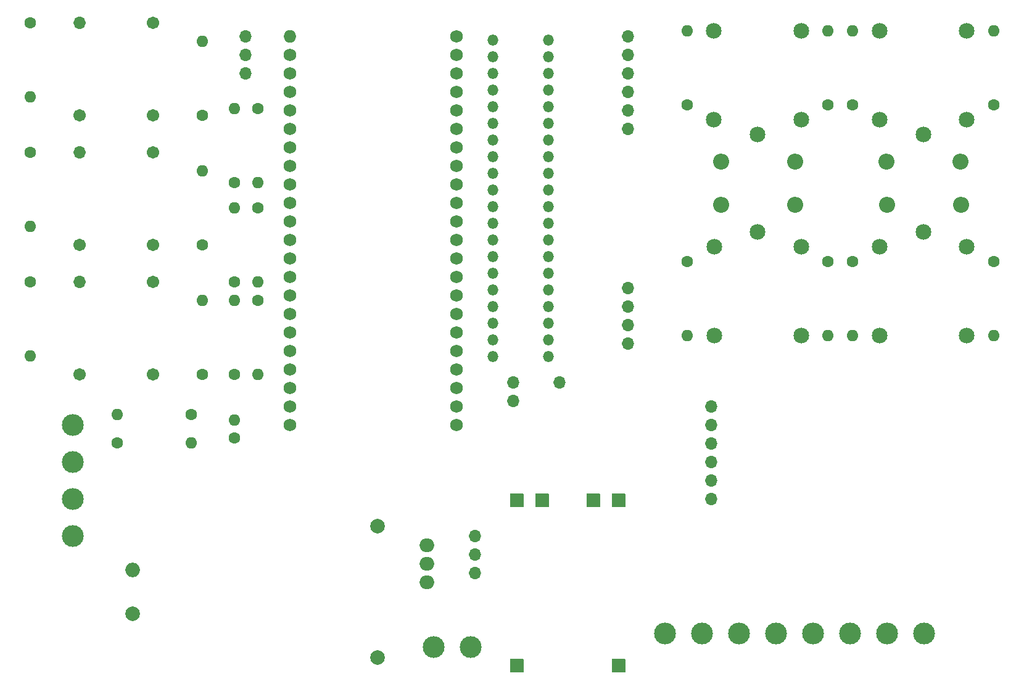
<source format=gbr>
%TF.GenerationSoftware,KiCad,Pcbnew,7.0.10*%
%TF.CreationDate,2024-04-01T07:53:47-03:00*%
%TF.ProjectId,board,626f6172-642e-46b6-9963-61645f706362,4.6*%
%TF.SameCoordinates,Original*%
%TF.FileFunction,Soldermask,Top*%
%TF.FilePolarity,Negative*%
%FSLAX46Y46*%
G04 Gerber Fmt 4.6, Leading zero omitted, Abs format (unit mm)*
G04 Created by KiCad (PCBNEW 7.0.10) date 2024-04-01 07:53:47*
%MOMM*%
%LPD*%
G01*
G04 APERTURE LIST*
G04 Aperture macros list*
%AMRoundRect*
0 Rectangle with rounded corners*
0 $1 Rounding radius*
0 $2 $3 $4 $5 $6 $7 $8 $9 X,Y pos of 4 corners*
0 Add a 4 corners polygon primitive as box body*
4,1,4,$2,$3,$4,$5,$6,$7,$8,$9,$2,$3,0*
0 Add four circle primitives for the rounded corners*
1,1,$1+$1,$2,$3*
1,1,$1+$1,$4,$5*
1,1,$1+$1,$6,$7*
1,1,$1+$1,$8,$9*
0 Add four rect primitives between the rounded corners*
20,1,$1+$1,$2,$3,$4,$5,0*
20,1,$1+$1,$4,$5,$6,$7,0*
20,1,$1+$1,$6,$7,$8,$9,0*
20,1,$1+$1,$8,$9,$2,$3,0*%
G04 Aperture macros list end*
%ADD10C,1.600000*%
%ADD11O,1.600000X1.600000*%
%ADD12O,3.000000X3.000000*%
%ADD13C,3.000000*%
%ADD14C,2.154000*%
%ADD15O,1.700000X1.700000*%
%ADD16O,1.500000X1.500000*%
%ADD17O,1.712000X1.712000*%
%ADD18C,1.712000*%
%ADD19RoundRect,0.102000X0.838200X-0.838200X0.838200X0.838200X-0.838200X0.838200X-0.838200X-0.838200X0*%
%ADD20O,2.000000X2.000000*%
%ADD21C,2.000000*%
%ADD22O,2.200000X2.200000*%
%ADD23O,1.734000X1.734000*%
%ADD24C,1.734000*%
%ADD25O,2.000000X1.905000*%
G04 APERTURE END LIST*
D10*
%TO.C,R21*%
X191624700Y-79019400D03*
D11*
X191624700Y-89179400D03*
%TD*%
D12*
%TO.C,J6*%
X176022000Y-130048000D03*
D13*
X181102000Y-130048000D03*
%TD*%
D14*
%TO.C,K2*%
X195307700Y-59571000D03*
X207307700Y-59571000D03*
X201307700Y-61571000D03*
X195307700Y-47371000D03*
X207307700Y-47371000D03*
%TD*%
D10*
%TO.C,R15*%
X168879000Y-57531000D03*
D11*
X168879000Y-47371000D03*
%TD*%
D14*
%TO.C,K4*%
X184601600Y-76979400D03*
X172601600Y-76979400D03*
X178601600Y-74979400D03*
X184601600Y-89179400D03*
X172601600Y-89179400D03*
%TD*%
D15*
%TO.C,P1*%
X151384000Y-95631000D03*
%TD*%
D10*
%TO.C,R10*%
X106807000Y-81788000D03*
D11*
X106807000Y-71628000D03*
%TD*%
D10*
%TO.C,R22*%
X168929800Y-79019400D03*
D11*
X168929800Y-89179400D03*
%TD*%
D10*
%TO.C,R5*%
X78740000Y-81788000D03*
D11*
X78740000Y-91948000D03*
%TD*%
D16*
%TO.C,DZ5*%
X142245000Y-53162200D03*
X149865000Y-53162200D03*
%TD*%
D15*
%TO.C,P2*%
X145034000Y-95631000D03*
X145034000Y-98171000D03*
%TD*%
D17*
%TO.C,T1*%
X85551000Y-46228000D03*
D18*
X85551000Y-58928000D03*
X95551000Y-58928000D03*
X95551000Y-46228000D03*
%TD*%
D10*
%TO.C,R8*%
X102362000Y-94488000D03*
D11*
X102362000Y-84328000D03*
%TD*%
D19*
%TO.C,U1*%
X149027000Y-111743000D03*
X156027000Y-111743000D03*
X145527000Y-134493000D03*
X159527000Y-134493000D03*
X145527000Y-111743000D03*
X159527000Y-111743000D03*
%TD*%
D15*
%TO.C,P3*%
X160782000Y-82677000D03*
X160782000Y-85217000D03*
X160782000Y-87757000D03*
X160782000Y-90297000D03*
%TD*%
D10*
%TO.C,R20*%
X210979500Y-57531000D03*
D11*
X210979500Y-47371000D03*
%TD*%
D16*
%TO.C,DZ13*%
X142250000Y-62306200D03*
X149870000Y-62306200D03*
%TD*%
%TO.C,DZ4*%
X149860000Y-73736200D03*
X142240000Y-73736200D03*
%TD*%
%TO.C,DZ9*%
X142255000Y-57734200D03*
X149875000Y-57734200D03*
%TD*%
%TO.C,DZ1*%
X142245000Y-48590200D03*
X149865000Y-48590200D03*
%TD*%
D10*
%TO.C,R11*%
X106807000Y-94488000D03*
D11*
X106807000Y-84328000D03*
%TD*%
%TO.C,C1*%
X106807000Y-100751000D03*
D10*
X106807000Y-103251000D03*
%TD*%
D16*
%TO.C,DZ12*%
X149845000Y-82880200D03*
X142225000Y-82880200D03*
%TD*%
D10*
%TO.C,R19*%
X188233800Y-57531000D03*
D11*
X188233800Y-47371000D03*
%TD*%
D10*
%TO.C,R1*%
X100838000Y-100028379D03*
D11*
X90678000Y-100028379D03*
%TD*%
D12*
%TO.C,J3*%
X84582000Y-101473000D03*
D13*
X84582000Y-106553000D03*
%TD*%
D10*
%TO.C,R2*%
X90678000Y-103925999D03*
D11*
X100838000Y-103925999D03*
%TD*%
D16*
%TO.C,DZ8*%
X149850000Y-78308200D03*
X142230000Y-78308200D03*
%TD*%
D10*
%TO.C,R9*%
X106807000Y-68199000D03*
D11*
X106807000Y-58039000D03*
%TD*%
D16*
%TO.C,DZ3*%
X142245000Y-50876200D03*
X149865000Y-50876200D03*
%TD*%
D17*
%TO.C,T2*%
X85551000Y-64008000D03*
D18*
X85551000Y-76708000D03*
X95551000Y-76708000D03*
X95551000Y-64008000D03*
%TD*%
D16*
%TO.C,DZ17*%
X142240000Y-66878200D03*
X149860000Y-66878200D03*
%TD*%
D15*
%TO.C,SW2*%
X108331000Y-48133000D03*
X108331000Y-50673000D03*
X108331000Y-53213000D03*
%TD*%
D20*
%TO.C,PS1*%
X92837000Y-121333000D03*
D21*
X92837000Y-127333000D03*
X126437000Y-115333000D03*
X126437000Y-133333000D03*
%TD*%
D16*
%TO.C,DZ14*%
X149850000Y-85166200D03*
X142230000Y-85166200D03*
%TD*%
%TO.C,DZ2*%
X149865000Y-71450200D03*
X142245000Y-71450200D03*
%TD*%
%TO.C,DZ19*%
X142230000Y-69164200D03*
X149850000Y-69164200D03*
%TD*%
D12*
%TO.C,J4*%
X196342000Y-130048000D03*
D13*
X201422000Y-130048000D03*
%TD*%
D22*
%TO.C,D4*%
X173552000Y-71247000D03*
X183712000Y-71247000D03*
%TD*%
D10*
%TO.C,R3*%
X78740000Y-46228000D03*
D11*
X78740000Y-56388000D03*
%TD*%
D16*
%TO.C,DZ11*%
X142245000Y-60020200D03*
X149865000Y-60020200D03*
%TD*%
%TO.C,DZ7*%
X142245000Y-55448200D03*
X149865000Y-55448200D03*
%TD*%
D22*
%TO.C,D2*%
X196298300Y-65303400D03*
X206458300Y-65303400D03*
%TD*%
D12*
%TO.C,J7*%
X165862000Y-130048000D03*
D13*
X170942000Y-130048000D03*
%TD*%
D22*
%TO.C,D3*%
X196302000Y-71247000D03*
X206462000Y-71247000D03*
%TD*%
D10*
%TO.C,R7*%
X102362000Y-76708000D03*
D11*
X102362000Y-66548000D03*
%TD*%
D14*
%TO.C,K1*%
X172562000Y-59571000D03*
X184562000Y-59571000D03*
X178562000Y-61571000D03*
X172562000Y-47371000D03*
X184562000Y-47371000D03*
%TD*%
D10*
%TO.C,R12*%
X109982000Y-84328000D03*
D11*
X109982000Y-94488000D03*
%TD*%
D16*
%TO.C,DZ16*%
X149850000Y-87452200D03*
X142230000Y-87452200D03*
%TD*%
%TO.C,DZ18*%
X149850000Y-89738200D03*
X142230000Y-89738200D03*
%TD*%
D10*
%TO.C,R17*%
X210979500Y-79019400D03*
D11*
X210979500Y-89179400D03*
%TD*%
D10*
%TO.C,R13*%
X109982000Y-71628000D03*
D11*
X109982000Y-81788000D03*
%TD*%
D10*
%TO.C,R4*%
X78740000Y-64008000D03*
D11*
X78740000Y-74168000D03*
%TD*%
D10*
%TO.C,R14*%
X109982000Y-58039000D03*
D11*
X109982000Y-68199000D03*
%TD*%
D12*
%TO.C,J2*%
X84582000Y-111633000D03*
D13*
X84582000Y-116713000D03*
%TD*%
D15*
%TO.C,P4*%
X160782000Y-48083000D03*
X160782000Y-50623000D03*
X160782000Y-53163000D03*
X160782000Y-55703000D03*
X160782000Y-58243000D03*
X160782000Y-60783000D03*
%TD*%
D16*
%TO.C,DZ6*%
X149860000Y-76022200D03*
X142240000Y-76022200D03*
%TD*%
%TO.C,DZ10*%
X149850000Y-80594200D03*
X142230000Y-80594200D03*
%TD*%
%TO.C,DZ20*%
X149850000Y-92024200D03*
X142230000Y-92024200D03*
%TD*%
D23*
%TO.C,MCU1*%
X114427000Y-48133000D03*
D24*
X114427000Y-50673000D03*
X114427000Y-53213000D03*
X114427000Y-55753000D03*
X114427000Y-58293000D03*
X114427000Y-60833000D03*
X114427000Y-63373000D03*
X114427000Y-65913000D03*
X114427000Y-68453000D03*
X114427000Y-70993000D03*
X114427000Y-73533000D03*
X114427000Y-76073000D03*
X114427000Y-78613000D03*
X114427000Y-81153000D03*
X114427000Y-83693000D03*
X114427000Y-86233000D03*
X114427000Y-88773000D03*
X114427000Y-91313000D03*
X114427000Y-93853000D03*
X114427000Y-96393000D03*
X114427000Y-98933000D03*
X114427000Y-101473000D03*
X137287000Y-48133000D03*
X137287000Y-50673000D03*
X137287000Y-53213000D03*
X137287000Y-55753000D03*
X137287000Y-58293000D03*
X137287000Y-60833000D03*
X137287000Y-63373000D03*
X137287000Y-65913000D03*
X137287000Y-68453000D03*
X137287000Y-70993000D03*
X137287000Y-73533000D03*
X137287000Y-76073000D03*
X137287000Y-78613000D03*
X137287000Y-81153000D03*
X137287000Y-83693000D03*
X137287000Y-86233000D03*
X137287000Y-88773000D03*
X137287000Y-91313000D03*
X137287000Y-93853000D03*
X137287000Y-96393000D03*
X137287000Y-98933000D03*
X137287000Y-101473000D03*
%TD*%
D10*
%TO.C,R18*%
X188183000Y-79019400D03*
D11*
X188183000Y-89179400D03*
%TD*%
D12*
%TO.C,J5*%
X186182000Y-130048000D03*
D13*
X191262000Y-130048000D03*
%TD*%
D17*
%TO.C,T3*%
X85551000Y-81788000D03*
D18*
X85551000Y-94488000D03*
X95551000Y-94488000D03*
X95551000Y-81788000D03*
%TD*%
D22*
%TO.C,D1*%
X173552600Y-65303400D03*
X183712600Y-65303400D03*
%TD*%
D12*
%TO.C,J1*%
X134112000Y-131953000D03*
D13*
X139192000Y-131953000D03*
%TD*%
D15*
%TO.C,SW1*%
X139827000Y-116713000D03*
X139827000Y-119253000D03*
X139827000Y-121793000D03*
%TD*%
D25*
%TO.C,U2*%
X133167000Y-117983000D03*
X133167000Y-120523000D03*
X133167000Y-123063000D03*
%TD*%
D16*
%TO.C,DZ15*%
X142240000Y-64592200D03*
X149860000Y-64592200D03*
%TD*%
D10*
%TO.C,R16*%
X191624700Y-57531000D03*
D11*
X191624700Y-47371000D03*
%TD*%
D14*
%TO.C,K3*%
X207307700Y-76979400D03*
X195307700Y-76979400D03*
X201307700Y-74979400D03*
X207307700Y-89179400D03*
X195307700Y-89179400D03*
%TD*%
D10*
%TO.C,R6*%
X102362000Y-58928000D03*
D11*
X102362000Y-48768000D03*
%TD*%
D15*
%TO.C,P5*%
X172212000Y-98933000D03*
X172212000Y-101473000D03*
X172212000Y-104013000D03*
X172212000Y-106553000D03*
X172212000Y-109093000D03*
X172212000Y-111633000D03*
%TD*%
M02*

</source>
